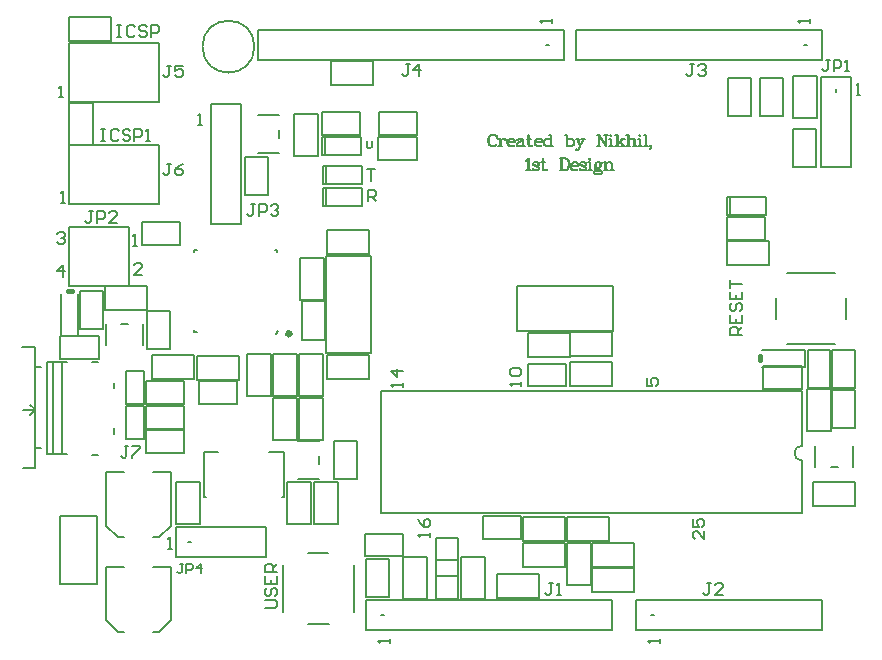
<source format=gto>
G04*
G04 #@! TF.GenerationSoftware,Altium Limited,Altium Designer,25.1.2 (22)*
G04*
G04 Layer_Color=65535*
%FSLAX44Y44*%
%MOMM*%
G71*
G04*
G04 #@! TF.SameCoordinates,5E672C01-8995-41B4-AFFF-24039E6A3FFE*
G04*
G04*
G04 #@! TF.FilePolarity,Positive*
G04*
G01*
G75*
%ADD10C,0.2000*%
%ADD11C,0.5000*%
%ADD12C,0.4000*%
D10*
X170000Y507000D02*
G03*
X170000Y507000I-22000J0D01*
G01*
X633550Y169180D02*
G03*
X633550Y156480I0J-6350D01*
G01*
X44000Y254000D02*
Y272000D01*
X76000Y254000D02*
Y272000D01*
X57000D02*
X63000D01*
X-19630Y195000D02*
X-15630Y199000D01*
Y199401D01*
X-19630Y204000D02*
X-15630Y200000D01*
Y199401D02*
Y200000D01*
X-26229Y199401D02*
X-15630D01*
X-25630Y150000D02*
X-15630D01*
X-26630Y253000D02*
X-15630D01*
Y167204D02*
X-10426D01*
X-15630Y235947D02*
X-10683D01*
X-15630Y150000D02*
Y253000D01*
X-630Y162329D02*
Y240370D01*
X51118Y179156D02*
Y183982D01*
Y218018D02*
Y222590D01*
X32830Y161630D02*
X37148D01*
X32830Y240370D02*
X37148D01*
X-5537Y161801D02*
X11157D01*
X-5537D02*
Y240370D01*
X11240D01*
X7367Y161942D02*
Y240370D01*
X193000Y126000D02*
X195000D01*
X127000D02*
X129000D01*
X182000Y164000D02*
X195000D01*
Y126000D02*
Y164000D01*
X127000D02*
X139000D01*
X127000Y126000D02*
Y164000D01*
X162348Y380998D02*
X181652D01*
X162348Y413256D02*
X181652D01*
Y380998D02*
Y413256D01*
X162348Y380998D02*
Y413256D01*
X275244Y432098D02*
X307502D01*
X275244Y451402D02*
X307502D01*
X275244Y432098D02*
Y451402D01*
X307502Y432098D02*
Y451402D01*
X307252Y410848D02*
Y430152D01*
X274994Y410848D02*
Y430152D01*
X307252D01*
X274994Y410848D02*
X307252D01*
X98652Y250744D02*
Y283002D01*
X79348Y250744D02*
Y283002D01*
Y250744D02*
X98652D01*
X79348Y283002D02*
X98652D01*
X107002Y339348D02*
Y358652D01*
X74744Y339348D02*
Y358652D01*
X107002D01*
X74744Y339348D02*
X107002D01*
X77998Y223652D02*
X110256D01*
X77998Y204348D02*
X110256D01*
Y223652D01*
X77998Y204348D02*
Y223652D01*
Y183348D02*
Y202652D01*
X110256Y183348D02*
Y202652D01*
X77998Y183348D02*
X110256D01*
X77998Y202652D02*
X110256D01*
X77998Y182652D02*
X110256D01*
X77998Y163348D02*
X110256D01*
Y182652D01*
X77998Y163348D02*
Y182652D01*
X210348Y258998D02*
X229652D01*
X210348Y291256D02*
X229652D01*
Y258998D02*
Y291256D01*
X210348Y258998D02*
Y291256D01*
X598348Y447998D02*
Y480256D01*
X617652Y447998D02*
Y480256D01*
X598348D02*
X617652D01*
X598348Y447998D02*
X617652D01*
X571348D02*
X590652D01*
X571348Y480256D02*
X590652D01*
Y447998D02*
Y480256D01*
X571348Y447998D02*
Y480256D01*
X626348Y404998D02*
Y437256D01*
X645652Y404998D02*
Y437256D01*
X626348D02*
X645652D01*
X626348Y404998D02*
X645652D01*
X396002Y90098D02*
Y109402D01*
X363744Y90098D02*
Y109402D01*
X396002D01*
X363744Y90098D02*
X396002D01*
X600998Y236652D02*
X633256D01*
X600998Y217348D02*
X633256D01*
Y236652D01*
X600998Y217348D02*
Y236652D01*
X226998Y432348D02*
Y451652D01*
X259256Y432348D02*
Y451652D01*
X226998Y432348D02*
X259256D01*
X226998Y451652D02*
X259256D01*
X401744Y219348D02*
X434002D01*
X401744Y238652D02*
X434002D01*
X401744Y219348D02*
Y238652D01*
X434002Y219348D02*
Y238652D01*
X569998Y343348D02*
Y362652D01*
X602256Y343348D02*
Y362652D01*
X569998Y343348D02*
X602256D01*
X569998Y362652D02*
X602256D01*
X659348Y183998D02*
Y216256D01*
X678652Y183998D02*
Y216256D01*
X659348D02*
X678652D01*
X659348Y183998D02*
X678652D01*
X22598Y267998D02*
X41902D01*
X22598Y300256D02*
X41902D01*
Y267998D02*
Y300256D01*
X22598Y267998D02*
Y300256D01*
X678652Y217744D02*
Y250002D01*
X659348Y217744D02*
Y250002D01*
Y217744D02*
X678652D01*
X659348Y250002D02*
X678652D01*
X264348Y73002D02*
X283652D01*
X264348Y40744D02*
X283652D01*
X264348D02*
Y73002D01*
X283652Y40744D02*
Y73002D01*
X237348Y140998D02*
Y173256D01*
X256652Y140998D02*
Y173256D01*
X237348D02*
X256652D01*
X237348Y140998D02*
X256652D01*
X5748Y242598D02*
Y261902D01*
X38006Y242598D02*
Y261902D01*
X5748Y242598D02*
X38006D01*
X5748Y261902D02*
X38006D01*
X657652Y217744D02*
Y250002D01*
X638348Y217744D02*
Y250002D01*
Y217744D02*
X657652D01*
X638348Y250002D02*
X657652D01*
X296002Y75348D02*
Y94652D01*
X263744Y75348D02*
Y94652D01*
X296002D01*
X263744Y75348D02*
X296002D01*
X122998Y223652D02*
X155256D01*
X122998Y204348D02*
X155256D01*
Y223652D01*
X122998Y204348D02*
Y223652D01*
X323348Y91002D02*
X342652D01*
X323348Y58744D02*
X342652D01*
X323348D02*
Y91002D01*
X342652Y58744D02*
Y91002D01*
Y39744D02*
Y72002D01*
X323348Y39744D02*
Y72002D01*
Y39744D02*
X342652D01*
X323348Y72002D02*
X342652D01*
X61380Y204030D02*
Y231970D01*
Y204030D02*
X76620D01*
Y231970D01*
X61380D02*
X76620D01*
X61380Y175030D02*
X76620D01*
X61380D02*
Y202970D01*
X76620D01*
Y175030D02*
Y202970D01*
X20500Y261750D02*
Y297750D01*
X6500Y261750D02*
X20500D01*
X6500D02*
Y297750D01*
X600000Y236000D02*
X636000D01*
Y250000D01*
X600000D02*
X636000D01*
X431800Y495300D02*
Y520700D01*
X172720Y495300D02*
X431800D01*
X172720D02*
Y520700D01*
X431800D01*
X416560Y508000D02*
X419100D01*
X103500Y75300D02*
X179700D01*
X103500Y100700D02*
X179700D01*
X113660Y88000D02*
X116200D01*
X103500Y75300D02*
Y100700D01*
X179700Y75300D02*
Y100700D01*
X133300Y458700D02*
X158700D01*
Y357100D02*
Y458700D01*
X133300Y357100D02*
Y458700D01*
Y357100D02*
X158700D01*
X649300Y405500D02*
Y481700D01*
X674700Y405500D02*
Y481700D01*
X662000Y469000D02*
Y471540D01*
X649300Y481700D02*
X674700D01*
X649300Y405500D02*
X674700D01*
X12700Y304154D02*
Y354446D01*
X63500Y304154D02*
Y354446D01*
X12700D02*
X63500D01*
X12700Y304154D02*
X63500D01*
X12700Y423926D02*
X88900D01*
Y373634D02*
Y423926D01*
X12700Y373634D02*
X88900D01*
X12700D02*
Y423926D01*
Y510286D02*
X88900D01*
Y459994D02*
Y510286D01*
X12700Y459994D02*
X88900D01*
X12700D02*
Y510286D01*
X650240Y495300D02*
Y520700D01*
X635000Y508000D02*
X637540D01*
X441960Y495300D02*
X650240D01*
X441960Y520700D02*
X650240D01*
X441960Y495300D02*
Y520700D01*
X492760Y12700D02*
Y38100D01*
X505460Y25400D02*
X508000D01*
X492760Y38100D02*
X650240D01*
X492760Y12700D02*
X650240D01*
Y38100D01*
X264160Y12700D02*
Y38100D01*
X276860Y25400D02*
X279400D01*
X264160Y38100D02*
X472440D01*
X264160Y12700D02*
X472440D01*
Y38100D01*
X295840Y39220D02*
Y74780D01*
X316160D01*
Y39220D02*
Y74780D01*
X295840Y39220D02*
X316160D01*
X254000Y28000D02*
Y68000D01*
X194000Y28000D02*
Y68000D01*
X215000Y18000D02*
X233000D01*
X215000Y78000D02*
X232700D01*
X277550Y111830D02*
Y215830D01*
X633550D01*
Y169180D02*
Y215830D01*
X277550Y111830D02*
X633550D01*
Y156480D01*
X207000Y173000D02*
X225000D01*
X207000Y141000D02*
X225000D01*
Y154000D02*
Y160000D01*
X218160Y103220D02*
Y138780D01*
X197840Y103220D02*
X218160D01*
X197840D02*
Y138780D01*
X218160D01*
X220840Y103220D02*
Y138780D01*
X241160D01*
Y103220D02*
Y138780D01*
X220840Y103220D02*
X241160D01*
X207840Y174220D02*
Y209780D01*
X228160D01*
Y174220D02*
Y209780D01*
X207840Y174220D02*
X228160D01*
X206160D02*
Y209780D01*
X185840Y174220D02*
X206160D01*
X185840D02*
Y209780D01*
X206160D01*
X89500Y91500D02*
X99500Y101500D01*
X84500Y91500D02*
X89500D01*
X44500Y101500D02*
X54500Y91500D01*
X57000D01*
X59500D01*
X84500Y146500D02*
X99500D01*
Y101500D02*
Y146500D01*
X44500D02*
X59500D01*
X44500Y101500D02*
Y146500D01*
X434340Y86530D02*
X454660D01*
X434340Y50970D02*
Y86530D01*
Y50970D02*
X454660D01*
Y86530D01*
X491280Y45340D02*
Y65660D01*
X455720D02*
X491280D01*
X455720Y45340D02*
Y65660D01*
Y45340D02*
X491280D01*
X570220Y342160D02*
X605780D01*
Y321840D02*
Y342160D01*
X570220Y321840D02*
X605780D01*
X570220D02*
Y342160D01*
X637840Y216780D02*
X658160D01*
X637840Y181220D02*
Y216780D01*
Y181220D02*
X658160D01*
Y216780D01*
X83220Y225840D02*
Y246160D01*
Y225840D02*
X118780D01*
Y246160D01*
X83220D02*
X118780D01*
X43220Y283840D02*
Y304160D01*
Y283840D02*
X78780D01*
Y304160D01*
X43220D02*
X78780D01*
X643220Y117840D02*
Y138160D01*
Y117840D02*
X678780D01*
Y138160D01*
X643220D02*
X678780D01*
X437220Y245340D02*
Y265660D01*
Y245340D02*
X472780D01*
Y265660D01*
X437220D02*
X472780D01*
X203840Y414220D02*
X224160D01*
Y449780D01*
X203840D02*
X224160D01*
X203840Y414220D02*
Y449780D01*
X436780Y243840D02*
Y264160D01*
X401220D02*
X436780D01*
X401220Y243840D02*
Y264160D01*
Y243840D02*
X436780D01*
X434470Y88340D02*
Y108660D01*
Y88340D02*
X470030D01*
Y108660D01*
X434470D02*
X470030D01*
X433030Y88840D02*
Y109160D01*
X397470D02*
X433030D01*
X397470Y88840D02*
Y109160D01*
Y88840D02*
X433030D01*
Y66840D02*
Y87160D01*
X397470D02*
X433030D01*
X397470Y66840D02*
Y87160D01*
Y66840D02*
X433030D01*
X235220Y474840D02*
Y495160D01*
Y474840D02*
X270780D01*
Y495160D01*
X235220D02*
X270780D01*
X472780Y219840D02*
Y240160D01*
X437220D02*
X472780D01*
X437220Y219840D02*
Y240160D01*
Y219840D02*
X472780D01*
X491530Y66840D02*
Y87160D01*
X455970D02*
X491530D01*
X455970Y66840D02*
Y87160D01*
Y66840D02*
X491530D01*
X13220Y511840D02*
Y532160D01*
Y511840D02*
X48780D01*
Y532160D01*
X13220D02*
X48780D01*
X344840Y39220D02*
X365160D01*
Y74780D01*
X344840D02*
X365160D01*
X344840Y39220D02*
Y74780D01*
X375220Y39840D02*
Y60160D01*
Y39840D02*
X410780D01*
Y60160D01*
X375220D02*
X410780D01*
X103840Y138780D02*
X124160D01*
X103840Y103220D02*
Y138780D01*
Y103220D02*
X124160D01*
Y138780D01*
X625840Y481780D02*
X646160D01*
X625840Y446220D02*
Y481780D01*
Y446220D02*
X646160D01*
Y481780D01*
X231220Y225840D02*
Y246160D01*
Y225840D02*
X266780D01*
Y246160D01*
X231220D02*
X266780D01*
X231220Y331840D02*
Y352160D01*
Y331840D02*
X266780D01*
Y352160D01*
X231220D02*
X266780D01*
X12590Y423970D02*
X32910D01*
Y459530D01*
X12590D02*
X32910D01*
X12590Y423970D02*
Y459530D01*
X121220Y224840D02*
Y245160D01*
Y224840D02*
X156780D01*
Y245160D01*
X121220D02*
X156780D01*
X163840Y246780D02*
X184160D01*
X163840Y211220D02*
Y246780D01*
Y211220D02*
X184160D01*
Y246780D01*
X208840Y292220D02*
X229160D01*
Y327780D01*
X208840D02*
X229160D01*
X208840Y292220D02*
Y327780D01*
X185840Y246780D02*
X206160D01*
X185840Y211220D02*
Y246780D01*
Y211220D02*
X206160D01*
Y246780D01*
X207840Y211220D02*
X228160D01*
Y246780D01*
X207840D02*
X228160D01*
X207840Y211220D02*
Y246780D01*
X230760Y372380D02*
Y387620D01*
X261240D01*
Y372380D02*
Y387620D01*
X230760Y372380D02*
X261240D01*
X228220D02*
Y387620D01*
X230760D01*
X228220Y372380D02*
X230760D01*
Y390380D02*
Y405620D01*
X261240D01*
Y390380D02*
Y405620D01*
X230760Y390380D02*
X261240D01*
X228220D02*
Y405620D01*
X230760D01*
X228220Y390380D02*
X230760D01*
X229760Y415380D02*
Y430620D01*
X260240D01*
Y415380D02*
Y430620D01*
X229760Y415380D02*
X260240D01*
X227220D02*
Y430620D01*
X229760D01*
X227220Y415380D02*
X229760D01*
X570220Y364380D02*
X572760D01*
X570220Y379620D02*
X572760D01*
X570220Y364380D02*
Y379620D01*
X572760Y364380D02*
X603240D01*
Y379620D01*
X572760D02*
X603240D01*
X572760Y364380D02*
Y379620D01*
X44500Y21500D02*
Y66500D01*
X59500D01*
X99500Y21500D02*
Y66500D01*
X84500D02*
X99500D01*
X57000Y11500D02*
X59500D01*
X54500D02*
X57000D01*
X44500Y21500D02*
X54500Y11500D01*
X84500D02*
X89500D01*
X99500Y21500D01*
X188000Y264000D02*
X190000Y266000D01*
X119000Y265000D02*
X121000D01*
X119000D02*
Y267000D01*
Y265000D02*
Y267000D01*
Y333000D02*
Y335000D01*
X121000D01*
X119000D02*
X121000D01*
X187000D02*
X189000D01*
Y333000D02*
Y335000D01*
Y333000D02*
Y335000D01*
X671250Y276300D02*
Y294000D01*
X611250Y276000D02*
Y294000D01*
X621250Y315000D02*
X661250D01*
X621250Y255000D02*
X661250D01*
X5000Y52000D02*
Y110000D01*
Y52000D02*
X37000D01*
Y110000D01*
X5000D02*
X37000D01*
X658000Y151000D02*
X664000D01*
X645000D02*
Y169000D01*
X677000Y151000D02*
Y169000D01*
X191000Y430000D02*
Y436000D01*
X173000Y417000D02*
X191000D01*
X173000Y449000D02*
X191000D01*
X231000Y248000D02*
X269000D01*
X231000D02*
Y330000D01*
X269000D01*
Y248000D02*
Y330000D01*
X474000Y266000D02*
Y304000D01*
X392000Y266000D02*
X474000D01*
X392000D02*
Y304000D01*
X474000D01*
X374632Y431032D02*
X375108Y429604D01*
Y432461D01*
X374632Y431032D01*
X373680Y431984D01*
X372252Y432461D01*
X371300D01*
X369871Y431984D01*
X368919Y431032D01*
X368443Y430080D01*
X367967Y428652D01*
Y426271D01*
X368443Y424843D01*
X368919Y423891D01*
X369871Y422939D01*
X371300Y422463D01*
X372252D01*
X373680Y422939D01*
X374632Y423891D01*
X375108Y424843D01*
X371300Y432461D02*
X370348Y431984D01*
X369395Y431032D01*
X368919Y430080D01*
X368443Y428652D01*
Y426271D01*
X368919Y424843D01*
X369395Y423891D01*
X370348Y422939D01*
X371300Y422463D01*
X377965Y429128D02*
Y422463D01*
X378441Y429128D02*
Y422463D01*
Y426271D02*
X378917Y427700D01*
X379869Y428652D01*
X380821Y429128D01*
X382250D01*
X382726Y428652D01*
Y428176D01*
X382250Y427700D01*
X381774Y428176D01*
X382250Y428652D01*
X376537Y429128D02*
X378441D01*
X376537Y422463D02*
X379869D01*
X384725Y426271D02*
X390438D01*
Y427224D01*
X389962Y428176D01*
X389486Y428652D01*
X388534Y429128D01*
X387106D01*
X385678Y428652D01*
X384725Y427700D01*
X384249Y426271D01*
Y425319D01*
X384725Y423891D01*
X385678Y422939D01*
X387106Y422463D01*
X388058D01*
X389486Y422939D01*
X390438Y423891D01*
X389962Y426271D02*
Y427700D01*
X389486Y428652D01*
X387106Y429128D02*
X386154Y428652D01*
X385201Y427700D01*
X384725Y426271D01*
Y425319D01*
X385201Y423891D01*
X386154Y422939D01*
X387106Y422463D01*
X392914Y428176D02*
Y427700D01*
X392438D01*
Y428176D01*
X392914Y428652D01*
X393866Y429128D01*
X395771D01*
X396723Y428652D01*
X397199Y428176D01*
X397675Y427224D01*
Y423891D01*
X398151Y422939D01*
X398627Y422463D01*
X397199Y428176D02*
Y423891D01*
X397675Y422939D01*
X398627Y422463D01*
X399103D01*
X397199Y427224D02*
X396723Y426748D01*
X393866Y426271D01*
X392438Y425795D01*
X391962Y424843D01*
Y423891D01*
X392438Y422939D01*
X393866Y422463D01*
X395295D01*
X396247Y422939D01*
X397199Y423891D01*
X393866Y426271D02*
X392914Y425795D01*
X392438Y424843D01*
Y423891D01*
X392914Y422939D01*
X393866Y422463D01*
X403388D02*
X402912Y422939D01*
X402436Y424367D01*
Y432461D01*
X401960D01*
Y424367D01*
X402436Y422939D01*
X403388Y422463D01*
X404340D01*
X405293Y422939D01*
X405769Y423891D01*
X400532Y429128D02*
X404340D01*
X407863Y426271D02*
X413576D01*
Y427224D01*
X413100Y428176D01*
X412624Y428652D01*
X411672Y429128D01*
X410244D01*
X408816Y428652D01*
X407863Y427700D01*
X407387Y426271D01*
Y425319D01*
X407863Y423891D01*
X408816Y422939D01*
X410244Y422463D01*
X411196D01*
X412624Y422939D01*
X413576Y423891D01*
X413100Y426271D02*
Y427700D01*
X412624Y428652D01*
X410244Y429128D02*
X409292Y428652D01*
X408340Y427700D01*
X407863Y426271D01*
Y425319D01*
X408340Y423891D01*
X409292Y422939D01*
X410244Y422463D01*
X420813Y432461D02*
Y422463D01*
X421289Y432461D02*
Y422463D01*
X420813Y427700D02*
X419861Y428652D01*
X418909Y429128D01*
X417957D01*
X416528Y428652D01*
X415576Y427700D01*
X415100Y426271D01*
Y425319D01*
X415576Y423891D01*
X416528Y422939D01*
X417957Y422463D01*
X418909D01*
X419861Y422939D01*
X420813Y423891D01*
X417957Y429128D02*
X417004Y428652D01*
X416052Y427700D01*
X415576Y426271D01*
Y425319D01*
X416052Y423891D01*
X417004Y422939D01*
X417957Y422463D01*
X419385Y432461D02*
X421289D01*
X420813Y422463D02*
X422717D01*
X434524Y432461D02*
Y422463D01*
X435000Y432461D02*
Y422463D01*
Y427700D02*
X435953Y428652D01*
X436905Y429128D01*
X437857D01*
X439285Y428652D01*
X440237Y427700D01*
X440714Y426271D01*
Y425319D01*
X440237Y423891D01*
X439285Y422939D01*
X437857Y422463D01*
X436905D01*
X435953Y422939D01*
X435000Y423891D01*
X437857Y429128D02*
X438809Y428652D01*
X439761Y427700D01*
X440237Y426271D01*
Y425319D01*
X439761Y423891D01*
X438809Y422939D01*
X437857Y422463D01*
X433096Y432461D02*
X435000D01*
X443046Y429128D02*
X445903Y422463D01*
X443522Y429128D02*
X445903Y423415D01*
X448759Y429128D02*
X445903Y422463D01*
X444951Y420558D01*
X443998Y419606D01*
X443046Y419130D01*
X442570D01*
X442094Y419606D01*
X442570Y420082D01*
X443046Y419606D01*
X442094Y429128D02*
X444951D01*
X446855D02*
X449712D01*
X461519Y432461D02*
Y422463D01*
X461995Y432461D02*
X467708Y423415D01*
X461995Y431508D02*
X467708Y422463D01*
Y432461D02*
Y422463D01*
X460090Y432461D02*
X461995D01*
X466279D02*
X469136D01*
X460090Y422463D02*
X462947D01*
X471802Y432461D02*
X471326Y431984D01*
X471802Y431508D01*
X472278Y431984D01*
X471802Y432461D01*
Y429128D02*
Y422463D01*
X472278Y429128D02*
Y422463D01*
X470374Y429128D02*
X472278D01*
X470374Y422463D02*
X473707D01*
X476944Y432461D02*
Y422463D01*
X477420Y432461D02*
Y422463D01*
X482181Y429128D02*
X477420Y424367D01*
X479800Y426271D02*
X482657Y422463D01*
X479324Y426271D02*
X482181Y422463D01*
X475516Y432461D02*
X477420D01*
X480753Y429128D02*
X483609D01*
X475516Y422463D02*
X478848D01*
X480753D02*
X483609D01*
X486370Y432461D02*
Y422463D01*
X486847Y432461D02*
Y422463D01*
Y427700D02*
X487799Y428652D01*
X489227Y429128D01*
X490179D01*
X491607Y428652D01*
X492084Y427700D01*
Y422463D01*
X490179Y429128D02*
X491131Y428652D01*
X491607Y427700D01*
Y422463D01*
X484942Y432461D02*
X486847D01*
X484942Y422463D02*
X488275D01*
X490179D02*
X493512D01*
X496225Y432461D02*
X495749Y431984D01*
X496225Y431508D01*
X496702Y431984D01*
X496225Y432461D01*
Y429128D02*
Y422463D01*
X496702Y429128D02*
Y422463D01*
X494797Y429128D02*
X496702D01*
X494797Y422463D02*
X498130D01*
X501367Y432461D02*
Y422463D01*
X501843Y432461D02*
Y422463D01*
X499939Y432461D02*
X501843D01*
X499939Y422463D02*
X503272D01*
X505557D02*
X505081Y422939D01*
X505557Y423415D01*
X506033Y422939D01*
Y421987D01*
X505557Y421034D01*
X505081Y420558D01*
X399722Y410426D02*
X400674Y410902D01*
X402103Y412331D01*
Y402333D01*
X401627Y411854D02*
Y402333D01*
X399722D02*
X404007D01*
X410482Y408046D02*
X410958Y408998D01*
Y407094D01*
X410482Y408046D01*
X410006Y408522D01*
X409054Y408998D01*
X407149D01*
X406197Y408522D01*
X405721Y408046D01*
Y407094D01*
X406197Y406617D01*
X407149Y406141D01*
X409530Y405189D01*
X410482Y404713D01*
X410958Y404237D01*
X405721Y407570D02*
X406197Y407094D01*
X407149Y406617D01*
X409530Y405665D01*
X410482Y405189D01*
X410958Y404713D01*
Y403285D01*
X410482Y402809D01*
X409530Y402333D01*
X407625D01*
X406673Y402809D01*
X406197Y403285D01*
X405721Y404237D01*
Y402333D01*
X406197Y403285D01*
X415433Y402333D02*
X414957Y402809D01*
X414481Y404237D01*
Y412331D01*
X414005D01*
Y404237D01*
X414481Y402809D01*
X415433Y402333D01*
X416385D01*
X417337Y402809D01*
X417814Y403761D01*
X412577Y408998D02*
X416385D01*
X429859Y412331D02*
Y402333D01*
X430335Y412331D02*
Y402333D01*
X428430Y412331D02*
X433191D01*
X434620Y411854D01*
X435572Y410902D01*
X436048Y409950D01*
X436524Y408522D01*
Y406141D01*
X436048Y404713D01*
X435572Y403761D01*
X434620Y402809D01*
X433191Y402333D01*
X428430D01*
X433191Y412331D02*
X434143Y411854D01*
X435096Y410902D01*
X435572Y409950D01*
X436048Y408522D01*
Y406141D01*
X435572Y404713D01*
X435096Y403761D01*
X434143Y402809D01*
X433191Y402333D01*
X438333Y406141D02*
X444046D01*
Y407094D01*
X443570Y408046D01*
X443094Y408522D01*
X442142Y408998D01*
X440714D01*
X439285Y408522D01*
X438333Y407570D01*
X437857Y406141D01*
Y405189D01*
X438333Y403761D01*
X439285Y402809D01*
X440714Y402333D01*
X441666D01*
X443094Y402809D01*
X444046Y403761D01*
X443570Y406141D02*
Y407570D01*
X443094Y408522D01*
X440714Y408998D02*
X439761Y408522D01*
X438809Y407570D01*
X438333Y406141D01*
Y405189D01*
X438809Y403761D01*
X439761Y402809D01*
X440714Y402333D01*
X450331Y408046D02*
X450807Y408998D01*
Y407094D01*
X450331Y408046D01*
X449854Y408522D01*
X448902Y408998D01*
X446998D01*
X446046Y408522D01*
X445570Y408046D01*
Y407094D01*
X446046Y406617D01*
X446998Y406141D01*
X449378Y405189D01*
X450331Y404713D01*
X450807Y404237D01*
X445570Y407570D02*
X446046Y407094D01*
X446998Y406617D01*
X449378Y405665D01*
X450331Y405189D01*
X450807Y404713D01*
Y403285D01*
X450331Y402809D01*
X449378Y402333D01*
X447474D01*
X446522Y402809D01*
X446046Y403285D01*
X445570Y404237D01*
Y402333D01*
X446046Y403285D01*
X453853Y412331D02*
X453377Y411854D01*
X453853Y411378D01*
X454330Y411854D01*
X453853Y412331D01*
Y408998D02*
Y402333D01*
X454330Y408998D02*
Y402333D01*
X452425Y408998D02*
X454330D01*
X452425Y402333D02*
X455758D01*
X460424Y408998D02*
X459471Y408522D01*
X458995Y408046D01*
X458519Y407094D01*
Y406141D01*
X458995Y405189D01*
X459471Y404713D01*
X460424Y404237D01*
X461376D01*
X462328Y404713D01*
X462804Y405189D01*
X463280Y406141D01*
Y407094D01*
X462804Y408046D01*
X462328Y408522D01*
X461376Y408998D01*
X460424D01*
X459471Y408522D02*
X458995Y407570D01*
Y405665D01*
X459471Y404713D01*
X462328D02*
X462804Y405665D01*
Y407570D01*
X462328Y408522D01*
X462804Y408046D02*
X463280Y408522D01*
X464232Y408998D01*
Y408522D01*
X463280D01*
X458995Y405189D02*
X458519Y404713D01*
X458043Y403761D01*
Y403285D01*
X458519Y402333D01*
X459948Y401856D01*
X462328D01*
X463756Y401381D01*
X464232Y400904D01*
X458043Y403285D02*
X458519Y402809D01*
X459948Y402333D01*
X462328D01*
X463756Y401856D01*
X464232Y400904D01*
Y400428D01*
X463756Y399476D01*
X462328Y399000D01*
X459471D01*
X458043Y399476D01*
X457567Y400428D01*
Y400904D01*
X458043Y401856D01*
X459471Y402333D01*
X467136Y408998D02*
Y402333D01*
X467612Y408998D02*
Y402333D01*
Y407570D02*
X468565Y408522D01*
X469993Y408998D01*
X470945D01*
X472373Y408522D01*
X472850Y407570D01*
Y402333D01*
X470945Y408998D02*
X471897Y408522D01*
X472373Y407570D01*
Y402333D01*
X465708Y408998D02*
X467612D01*
X465708Y402333D02*
X469041D01*
X470945D02*
X474278D01*
X63334Y168998D02*
X60002D01*
X61668D01*
Y160668D01*
X60002Y159002D01*
X58335D01*
X56669Y160668D01*
X66666Y168998D02*
X73331D01*
Y167332D01*
X66666Y160668D01*
Y159002D01*
X265144Y427098D02*
Y422100D01*
X266144Y421100D01*
X268143D01*
X269143Y422100D01*
Y427098D01*
X265000Y402997D02*
X271665D01*
X268332D01*
Y393000D01*
X266000Y376000D02*
Y385997D01*
X270998D01*
X272665Y384331D01*
Y380998D01*
X270998Y379332D01*
X266000D01*
X269332D02*
X272665Y376000D01*
X301334Y491998D02*
X298002D01*
X299668D01*
Y483668D01*
X298002Y482002D01*
X296336D01*
X294669Y483668D01*
X309664Y482002D02*
Y491998D01*
X304666Y487000D01*
X311331D01*
X422000Y527000D02*
Y530332D01*
Y528666D01*
X412003D01*
X413669Y527000D01*
X551000Y96664D02*
Y90000D01*
X544336Y96664D01*
X542669D01*
X541003Y94998D01*
Y91666D01*
X542669Y90000D01*
X541003Y106661D02*
Y99997D01*
X546002D01*
X544336Y103329D01*
Y104995D01*
X546002Y106661D01*
X549334D01*
X551000Y104995D01*
Y101663D01*
X549334Y99997D01*
X318802Y92170D02*
Y95502D01*
Y93836D01*
X308805D01*
X310471Y92170D01*
X308805Y107165D02*
X310471Y103833D01*
X313804Y100501D01*
X317136D01*
X318802Y102167D01*
Y105499D01*
X317136Y107165D01*
X315470D01*
X313804Y105499D01*
Y100501D01*
X296000Y219000D02*
Y222332D01*
Y220666D01*
X286003D01*
X287669Y219000D01*
X296000Y232329D02*
X286003D01*
X291002Y227331D01*
Y233995D01*
X396000Y220000D02*
Y223332D01*
Y221666D01*
X386003D01*
X387669Y220000D01*
Y228331D02*
X386003Y229997D01*
Y233329D01*
X387669Y234995D01*
X394334D01*
X396000Y233329D01*
Y229997D01*
X394334Y228331D01*
X387669D01*
X502003Y226665D02*
Y220000D01*
X507002D01*
X505336Y223332D01*
Y224998D01*
X507002Y226665D01*
X510334D01*
X512000Y224998D01*
Y221666D01*
X510334Y220000D01*
X7998Y312000D02*
Y321997D01*
X3000Y316998D01*
X9664D01*
X3000Y348331D02*
X4666Y349997D01*
X7998D01*
X9664Y348331D01*
Y346665D01*
X7998Y344998D01*
X6332D01*
X7998D01*
X9664Y343332D01*
Y341666D01*
X7998Y340000D01*
X4666D01*
X3000Y341666D01*
X74704Y313912D02*
X68040D01*
X74704Y320577D01*
Y322243D01*
X73038Y323909D01*
X69706D01*
X68040Y322243D01*
X40000Y436997D02*
X43332D01*
X41666D01*
Y427000D01*
X40000D01*
X43332D01*
X54995Y435331D02*
X53329Y436997D01*
X49997D01*
X48331Y435331D01*
Y428666D01*
X49997Y427000D01*
X53329D01*
X54995Y428666D01*
X64992Y435331D02*
X63326Y436997D01*
X59994D01*
X58327Y435331D01*
Y433665D01*
X59994Y431998D01*
X63326D01*
X64992Y430332D01*
Y428666D01*
X63326Y427000D01*
X59994D01*
X58327Y428666D01*
X68324Y427000D02*
Y436997D01*
X73323D01*
X74989Y435331D01*
Y431998D01*
X73323Y430332D01*
X68324D01*
X78321Y427000D02*
X81653D01*
X79987D01*
Y436997D01*
X78321Y435331D01*
X54000Y524997D02*
X57332D01*
X55666D01*
Y515000D01*
X54000D01*
X57332D01*
X68995Y523331D02*
X67329Y524997D01*
X63997D01*
X62331Y523331D01*
Y516666D01*
X63997Y515000D01*
X67329D01*
X68995Y516666D01*
X78992Y523331D02*
X77326Y524997D01*
X73994D01*
X72327Y523331D01*
Y521665D01*
X73994Y519998D01*
X77326D01*
X78992Y518332D01*
Y516666D01*
X77326Y515000D01*
X73994D01*
X72327Y516666D01*
X82324Y515000D02*
Y524997D01*
X87323D01*
X88989Y523331D01*
Y519998D01*
X87323Y518332D01*
X82324D01*
X179003Y32000D02*
X187334D01*
X189000Y33666D01*
Y36998D01*
X187334Y38665D01*
X179003D01*
X180669Y48661D02*
X179003Y46995D01*
Y43663D01*
X180669Y41997D01*
X182335D01*
X184002Y43663D01*
Y46995D01*
X185668Y48661D01*
X187334D01*
X189000Y46995D01*
Y43663D01*
X187334Y41997D01*
X179003Y58658D02*
Y51993D01*
X189000D01*
Y58658D01*
X184002Y51993D02*
Y55326D01*
X189000Y61990D02*
X179003D01*
Y66989D01*
X180669Y68655D01*
X184002D01*
X185668Y66989D01*
Y61990D01*
Y65323D02*
X189000Y68655D01*
X583000Y263000D02*
X573003D01*
Y267998D01*
X574669Y269664D01*
X578002D01*
X579668Y267998D01*
Y263000D01*
Y266332D02*
X583000Y269664D01*
X573003Y279661D02*
Y272997D01*
X583000D01*
Y279661D01*
X578002Y272997D02*
Y276329D01*
X574669Y289658D02*
X573003Y287992D01*
Y284660D01*
X574669Y282994D01*
X576335D01*
X578002Y284660D01*
Y287992D01*
X579668Y289658D01*
X581334D01*
X583000Y287992D01*
Y284660D01*
X581334Y282994D01*
X573003Y299655D02*
Y292990D01*
X583000D01*
Y299655D01*
X578002Y292990D02*
Y296323D01*
X573003Y302987D02*
Y309652D01*
Y306319D01*
X583000D01*
X109730Y69277D02*
X107065D01*
X108398D01*
Y62612D01*
X107065Y61279D01*
X105732D01*
X104399Y62612D01*
X112396Y61279D02*
Y69277D01*
X116395D01*
X117728Y67944D01*
Y65278D01*
X116395Y63945D01*
X112396D01*
X124392Y61279D02*
Y69277D01*
X120394Y65278D01*
X125725D01*
X97000Y82000D02*
X100332D01*
X98666D01*
Y91997D01*
X97000Y90331D01*
X170336Y373998D02*
X167003D01*
X168669D01*
Y365668D01*
X167003Y364002D01*
X165337D01*
X163671Y365668D01*
X173668Y364002D02*
Y373998D01*
X178666D01*
X180332Y372332D01*
Y369000D01*
X178666Y367334D01*
X173668D01*
X183664Y372332D02*
X185331Y373998D01*
X188663D01*
X190329Y372332D01*
Y370666D01*
X188663Y369000D01*
X186997D01*
X188663D01*
X190329Y367334D01*
Y365668D01*
X188663Y364002D01*
X185331D01*
X183664Y365668D01*
X122600Y440380D02*
X125932D01*
X124266D01*
Y450377D01*
X122600Y448711D01*
X657002Y495998D02*
X653669D01*
X655335D01*
Y487668D01*
X653669Y486002D01*
X652003D01*
X650337Y487668D01*
X660334Y486002D02*
Y495998D01*
X665332D01*
X666998Y494332D01*
Y491000D01*
X665332Y489334D01*
X660334D01*
X670331Y486002D02*
X673663D01*
X671997D01*
Y495998D01*
X670331Y494332D01*
X679750Y466000D02*
X683082D01*
X681416D01*
Y475997D01*
X679750Y474331D01*
X33335Y367998D02*
X30003D01*
X31669D01*
Y359668D01*
X30003Y358002D01*
X28337D01*
X26671Y359668D01*
X36668Y358002D02*
Y367998D01*
X41666D01*
X43332Y366332D01*
Y363000D01*
X41666Y361334D01*
X36668D01*
X53329Y358002D02*
X46665D01*
X53329Y364666D01*
Y366332D01*
X51663Y367998D01*
X48331D01*
X46665Y366332D01*
X67000Y338000D02*
X70332D01*
X68666D01*
Y347997D01*
X67000Y346331D01*
X99334Y407998D02*
X96002D01*
X97668D01*
Y399668D01*
X96002Y398002D01*
X94335D01*
X92669Y399668D01*
X109331Y407998D02*
X105998Y406332D01*
X102666Y403000D01*
Y399668D01*
X104332Y398002D01*
X107664D01*
X109331Y399668D01*
Y401334D01*
X107664Y403000D01*
X102666D01*
X6000Y375000D02*
X9332D01*
X7666D01*
Y384997D01*
X6000Y383331D01*
X99334Y490998D02*
X96002D01*
X97668D01*
Y482668D01*
X96002Y481002D01*
X94335D01*
X92669Y482668D01*
X109331Y490998D02*
X102666D01*
Y486000D01*
X105998Y487666D01*
X107664D01*
X109331Y486000D01*
Y482668D01*
X107664Y481002D01*
X104332D01*
X102666Y482668D01*
X4250Y464000D02*
X7582D01*
X5916D01*
Y473997D01*
X4250Y472331D01*
X542334Y491998D02*
X539002D01*
X540668D01*
Y483668D01*
X539002Y482002D01*
X537336D01*
X535669Y483668D01*
X545666Y490332D02*
X547332Y491998D01*
X550664D01*
X552331Y490332D01*
Y488666D01*
X550664Y487000D01*
X548998D01*
X550664D01*
X552331Y485334D01*
Y483668D01*
X550664Y482002D01*
X547332D01*
X545666Y483668D01*
X640000Y527000D02*
Y530332D01*
Y528666D01*
X630003D01*
X631669Y527000D01*
X556334Y52998D02*
X553002D01*
X554668D01*
Y44668D01*
X553002Y43002D01*
X551335D01*
X549669Y44668D01*
X566331Y43002D02*
X559666D01*
X566331Y49666D01*
Y51332D01*
X564664Y52998D01*
X561332D01*
X559666Y51332D01*
X513620Y2000D02*
Y5332D01*
Y3666D01*
X503623D01*
X505289Y2000D01*
X423000Y52998D02*
X419668D01*
X421334D01*
Y44668D01*
X419668Y43002D01*
X418002D01*
X416335Y44668D01*
X426332Y43002D02*
X429664D01*
X427998D01*
Y52998D01*
X426332Y51332D01*
X285020Y2000D02*
Y5332D01*
Y3666D01*
X275023D01*
X276689Y2000D01*
D11*
X200000Y264000D02*
G03*
X200000Y264000I-1000J0D01*
G01*
D12*
X11900Y299950D02*
X15600D01*
X597800Y241400D02*
Y245100D01*
M02*

</source>
